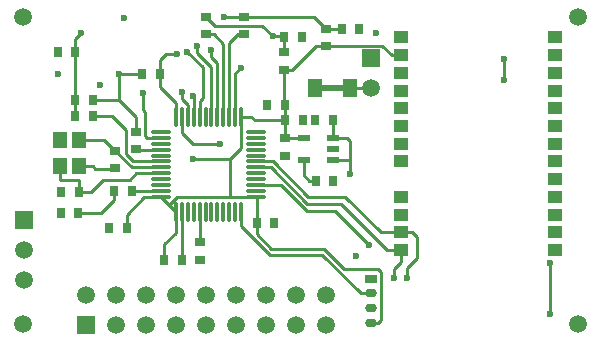
<source format=gbl>
G04 Layer_Physical_Order=2*
G04 Layer_Color=16711680*
%FSLAX42Y42*%
%MOMM*%
G71*
G01*
G75*
%ADD10R,0.90X0.70*%
%ADD11R,0.80X0.90*%
%ADD19R,0.70X0.90*%
%ADD26R,1.30X1.50*%
%ADD31C,0.25*%
%ADD32C,0.50*%
%ADD33O,1.00X0.75*%
%ADD34R,1.00X0.75*%
%ADD35C,1.52*%
%ADD36C,1.50*%
%ADD37R,1.50X1.50*%
%ADD38R,1.50X1.50*%
%ADD39C,0.60*%
%ADD40R,1.15X1.40*%
%ADD41R,1.10X0.60*%
%ADD42O,1.80X0.30*%
%ADD43O,0.30X1.80*%
%ADD44R,1.30X1.00*%
D10*
X9875Y7628D02*
D03*
Y7478D02*
D03*
X8435Y7372D02*
D03*
Y7522D02*
D03*
X9153Y6597D02*
D03*
Y6747D02*
D03*
X8612Y7532D02*
D03*
Y7682D02*
D03*
X9210Y8655D02*
D03*
Y8505D02*
D03*
X9530Y8655D02*
D03*
Y8505D02*
D03*
X9870Y8205D02*
D03*
Y8355D02*
D03*
X10220Y8405D02*
D03*
Y8555D02*
D03*
D11*
X7982Y6997D02*
D03*
X8122D02*
D03*
D19*
X10282Y7780D02*
D03*
X10132D02*
D03*
X10135Y7268D02*
D03*
X10285D02*
D03*
X9875Y7780D02*
D03*
X10025D02*
D03*
X8535Y6870D02*
D03*
X8385D02*
D03*
X9635Y6910D02*
D03*
X9785D02*
D03*
X8855Y6597D02*
D03*
X9005D02*
D03*
X9872Y7905D02*
D03*
X9722D02*
D03*
X7978Y7175D02*
D03*
X8128D02*
D03*
X7950Y8353D02*
D03*
X8100D02*
D03*
X8818Y8170D02*
D03*
X8668D02*
D03*
X8250Y7947D02*
D03*
X8100D02*
D03*
X8100Y7815D02*
D03*
X8250D02*
D03*
X8578Y7180D02*
D03*
X8428D02*
D03*
X10020Y8480D02*
D03*
X9870D02*
D03*
X10505Y8550D02*
D03*
X10355D02*
D03*
D26*
X10430Y8050D02*
D03*
X10130D02*
D03*
D31*
X9760Y6690D02*
X10204D01*
X10374Y6520D01*
X10662D01*
X10517Y6313D02*
X10600D01*
X10190Y6640D02*
X10517Y6313D01*
X9746Y6640D02*
X10190D01*
X9635Y6815D02*
X9760Y6690D01*
X9503Y6883D02*
X9746Y6640D01*
X9503Y6883D02*
Y7000D01*
X9635Y6815D02*
Y6910D01*
X8100Y7815D02*
Y8353D01*
X8612Y7682D02*
Y7803D01*
X8468Y7947D02*
X8612Y7803D01*
X8675Y7862D02*
Y8012D01*
X8468Y7947D02*
Y8170D01*
X8250Y7947D02*
X8468D01*
X8250Y7815D02*
X8412D01*
X8428Y7107D02*
Y7180D01*
X8318Y6997D02*
X8428Y7107D01*
X8122Y6997D02*
X8318D01*
X8128Y7175D02*
Y7270D01*
X7970D02*
X8128D01*
X7970D02*
Y7390D01*
X8335Y7275D02*
X8562D01*
X8235Y7175D02*
X8335Y7275D01*
X8128Y7175D02*
X8235D01*
X8432Y7370D02*
X8435Y7372D01*
X8270Y7370D02*
X8432D01*
X8250Y7390D02*
X8270Y7370D01*
X8130Y7390D02*
X8250D01*
X8130Y7610D02*
X8347D01*
X8435Y7522D01*
X10135Y8405D02*
X10220D01*
X9935Y8205D02*
X10135Y8405D01*
X9870Y8205D02*
X9935D01*
X10700Y8410D02*
X10780Y8330D01*
X10225Y8410D02*
X10700D01*
X10220Y8405D02*
X10225Y8410D01*
X10780Y8330D02*
X10838D01*
X10838Y8330D01*
X8870Y8340D02*
X8962D01*
X8818Y8288D02*
X8870Y8340D01*
X8818Y8170D02*
Y8288D01*
X10300Y7010D02*
X10590Y6720D01*
X10060Y7010D02*
X10300D01*
X9840Y7230D02*
X10060Y7010D01*
X9632Y7380D02*
X9754D01*
X10064Y7070D01*
X10347D01*
X9632Y7230D02*
X9840D01*
X10072Y7130D02*
X10385D01*
X9772Y7430D02*
X10072Y7130D01*
X9632Y7430D02*
X9772D01*
X10347Y7070D02*
X10738Y6680D01*
X10385Y7130D02*
X10685Y6830D01*
X9153Y6747D02*
Y7000D01*
X9153Y6747D02*
X9153Y6747D01*
X9003Y6600D02*
Y7000D01*
X8953Y6828D02*
Y7000D01*
X8855Y6730D02*
X8953Y6828D01*
X8855Y6597D02*
Y6730D01*
X8535Y6870D02*
Y6980D01*
X8685Y7130D01*
X8822D01*
X8578Y7180D02*
X8822D01*
X8562Y7275D02*
X8618Y7330D01*
X8822D01*
X8435Y7522D02*
X8578Y7380D01*
X8822D01*
X8468Y8170D02*
X8668D01*
X8953Y7810D02*
Y7928D01*
X8818Y8062D02*
X8953Y7928D01*
X8818Y8062D02*
Y8170D01*
X9053Y7810D02*
Y7910D01*
X9003Y7960D02*
X9053Y7910D01*
X9003Y7960D02*
Y8020D01*
X9103Y7810D02*
Y7982D01*
X9100Y7985D02*
X9103Y7982D01*
X9003Y7703D02*
Y7810D01*
X8820Y7432D02*
X8822Y7430D01*
X8591Y7432D02*
X8820D01*
X8528Y7496D02*
X8591Y7432D01*
X8528Y7496D02*
Y7700D01*
X8707Y7630D02*
X8822D01*
X8693Y7645D02*
X8707Y7630D01*
X8693Y7645D02*
Y7845D01*
X8675Y7862D02*
X8693Y7845D01*
X8615Y7530D02*
X8822D01*
X8612Y7532D02*
X8615Y7530D01*
X8412Y7815D02*
X8528Y7700D01*
X9153Y7810D02*
Y7940D01*
X9178Y7965D01*
X10038Y7312D02*
Y7440D01*
X10738Y6680D02*
X10860D01*
X10685Y6830D02*
X10860D01*
X9875Y7628D02*
X10035D01*
X9875Y7628D02*
Y7780D01*
X9872Y7782D02*
Y7905D01*
Y7782D02*
X9875Y7780D01*
X10282Y7635D02*
Y7780D01*
X10278Y7630D02*
X10282Y7635D01*
X10038Y7312D02*
X10082Y7268D01*
X10135D01*
X9618Y7780D02*
X9875D01*
X9588Y7810D02*
X9618Y7780D01*
X9503Y7810D02*
X9588D01*
X8100Y8353D02*
Y8470D01*
X8150Y8520D01*
X8893Y7060D02*
X8962Y7130D01*
X8822D02*
X8893Y7060D01*
X8953Y7000D01*
X9412Y7131D02*
Y7450D01*
X8962Y7130D02*
X9632D01*
X9050Y8360D02*
X9178Y8232D01*
Y7965D02*
Y8232D01*
X9303Y7810D02*
Y8266D01*
X9253Y8316D02*
Y8372D01*
Y8316D02*
X9303Y8266D01*
X9130Y8350D02*
Y8410D01*
Y8350D02*
X9253Y8228D01*
Y7810D02*
Y8228D01*
X9353Y7810D02*
Y8428D01*
X9453Y7810D02*
X9455Y7812D01*
Y8175D01*
X9500Y8220D01*
X9275Y8505D02*
X9353Y8428D01*
X9210Y8505D02*
X9275D01*
X9403Y7810D02*
Y8433D01*
X9475Y8505D01*
X9530D01*
X9210Y8655D02*
X9285Y8580D01*
X9355Y8655D02*
X9530D01*
X9870Y7907D02*
Y8205D01*
Y8355D02*
Y8480D01*
X9530Y8655D02*
X10120D01*
X10220Y8555D01*
X10350D01*
X9285Y8580D02*
X9680D01*
X9770Y8490D01*
X9860D01*
X9870Y8480D01*
X10278Y7630D02*
X10400D01*
X10430Y7600D01*
Y7325D02*
Y7600D01*
X10278Y7440D02*
X10430D01*
X9635Y6910D02*
Y7128D01*
X9632Y7130D02*
X9635Y7128D01*
X9100Y7450D02*
X9412D01*
X9503Y7541D01*
Y7810D01*
X9003Y7668D02*
Y7703D01*
Y7668D02*
X9095Y7575D01*
X9325D01*
X10430Y8050D02*
X10597D01*
X10600Y8053D01*
X11730Y8120D02*
Y8300D01*
X10860Y6830D02*
X10950D01*
X10990Y6790D01*
X10860Y6580D02*
Y6680D01*
X10990Y6610D02*
Y6790D01*
X10600Y6062D02*
X10662D01*
X10800Y6520D02*
X10860Y6580D01*
X10905Y6525D02*
X10990Y6610D01*
X10905Y6445D02*
Y6525D01*
X10800Y6450D02*
Y6520D01*
X10662Y6062D02*
X10690Y6090D01*
Y6493D01*
X10662Y6520D02*
X10690Y6493D01*
X12120Y6134D02*
Y6570D01*
D32*
X10180Y8050D02*
X10380D01*
D33*
X10600Y6062D02*
D03*
Y6187D02*
D03*
Y6313D02*
D03*
D34*
Y6438D02*
D03*
D35*
X7660Y6050D02*
D03*
Y8650D02*
D03*
X12360D02*
D03*
Y6050D02*
D03*
D36*
X8190Y6299D02*
D03*
X8444Y6045D02*
D03*
Y6299D02*
D03*
X8698Y6045D02*
D03*
Y6299D02*
D03*
X8952Y6045D02*
D03*
Y6299D02*
D03*
X9206Y6045D02*
D03*
Y6299D02*
D03*
X9460Y6045D02*
D03*
Y6299D02*
D03*
X9714Y6045D02*
D03*
Y6299D02*
D03*
X9968Y6045D02*
D03*
X9968Y6299D02*
D03*
X10222Y6045D02*
D03*
Y6299D02*
D03*
X10600Y8053D02*
D03*
X7670Y6422D02*
D03*
Y6676D02*
D03*
D37*
X8190Y6045D02*
D03*
D38*
X10600Y8307D02*
D03*
X7670Y6930D02*
D03*
D39*
X8675Y8012D02*
D03*
X9253Y8372D02*
D03*
X8962Y8340D02*
D03*
X10480Y6630D02*
D03*
X10590Y6720D02*
D03*
X8512Y8647D02*
D03*
X8150Y8520D02*
D03*
X8312Y8080D02*
D03*
X8468Y8170D02*
D03*
X9325Y7575D02*
D03*
X9003Y8020D02*
D03*
X9100Y7985D02*
D03*
X7950Y8172D02*
D03*
X9130Y8410D02*
D03*
X9050Y8360D02*
D03*
X9500Y8220D02*
D03*
X9355Y8655D02*
D03*
X9770Y8490D02*
D03*
X10650Y8520D02*
D03*
X10430Y7325D02*
D03*
X9100Y7450D02*
D03*
X11730Y8120D02*
D03*
Y8300D02*
D03*
X12120Y6570D02*
D03*
X10905Y6445D02*
D03*
X10800D02*
D03*
X12120Y6134D02*
D03*
D40*
X7970Y7390D02*
D03*
Y7610D02*
D03*
X8130D02*
D03*
Y7390D02*
D03*
D41*
X10038Y7630D02*
D03*
X10038Y7440D02*
D03*
X10278Y7440D02*
D03*
Y7535D02*
D03*
Y7630D02*
D03*
D42*
X8822Y7130D02*
D03*
Y7180D02*
D03*
Y7230D02*
D03*
Y7280D02*
D03*
Y7330D02*
D03*
Y7380D02*
D03*
Y7430D02*
D03*
Y7480D02*
D03*
Y7530D02*
D03*
Y7580D02*
D03*
Y7630D02*
D03*
Y7680D02*
D03*
X9632D02*
D03*
Y7630D02*
D03*
Y7580D02*
D03*
Y7530D02*
D03*
Y7480D02*
D03*
Y7430D02*
D03*
Y7380D02*
D03*
Y7330D02*
D03*
Y7280D02*
D03*
Y7230D02*
D03*
Y7180D02*
D03*
Y7130D02*
D03*
D43*
X8953Y7810D02*
D03*
X9003D02*
D03*
X9053D02*
D03*
X9103D02*
D03*
X9153D02*
D03*
X9203D02*
D03*
X9253D02*
D03*
X9303D02*
D03*
X9353D02*
D03*
X9403D02*
D03*
X9453D02*
D03*
X9503D02*
D03*
Y7000D02*
D03*
X9453D02*
D03*
X9403D02*
D03*
X9353D02*
D03*
X9303D02*
D03*
X9253D02*
D03*
X9203D02*
D03*
X9153D02*
D03*
X9103D02*
D03*
X9053D02*
D03*
X9003D02*
D03*
X8953D02*
D03*
D44*
X12160Y8480D02*
D03*
Y8330D02*
D03*
Y8180D02*
D03*
X12160Y8030D02*
D03*
X12160Y7880D02*
D03*
Y7730D02*
D03*
Y7580D02*
D03*
Y7430D02*
D03*
Y7280D02*
D03*
Y7130D02*
D03*
X12160Y6980D02*
D03*
X12160Y6830D02*
D03*
X12160Y6680D02*
D03*
X10860D02*
D03*
X10860Y6830D02*
D03*
X10860Y6980D02*
D03*
X10860Y7130D02*
D03*
Y7430D02*
D03*
Y7580D02*
D03*
Y7730D02*
D03*
Y7880D02*
D03*
X10860Y8030D02*
D03*
X10860Y8180D02*
D03*
Y8330D02*
D03*
Y8480D02*
D03*
M02*

</source>
